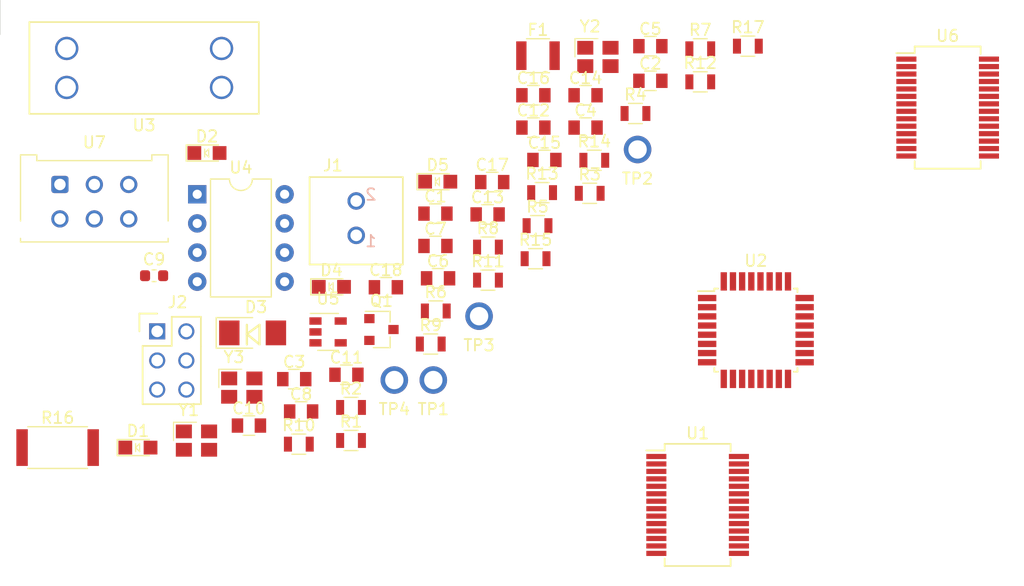
<source format=kicad_pcb>
(kicad_pcb (version 20211014) (generator pcbnew)
  (layers (0 "F.Cu" signal) (31 "B.Cu" signal) (34 "B.Paste" user) (35 "F.Paste" user) (36 "B.SilkS" user "B.Silkscreen") (37 "F.SilkS" user "F.Silkscreen") (38 "B.Mask" user) (39 "F.Mask" user) (44 "Edge.Cuts" user))
  (net 0 "")
  (net 1 "Net-(C1-Pad1)")
  (net 2 "GND")
  (net 3 "Net-(C2-Pad1)")
  (net 4 "+5V")
  (net 5 "Net-(C6-Pad1)")
  (net 6 "Net-(C7-Pad1)")
  (net 7 "Net-(C9-Pad1)")
  (net 8 "Net-(C12-Pad1)")
  (net 9 "Net-(C13-Pad1)")
  (net 10 "Net-(C17-Pad1)")
  (net 11 "Net-(C18-Pad1)")
  (net 12 "Net-(D1-Pad2)")
  (net 13 "Net-(D2-Pad2)")
  (net 14 "Net-(D4-Pad2)")
  (net 15 "Net-(D5-Pad2)")
  (net 16 "Net-(F1-Pad2)")
  (net 17 "/proximity_pilot")
  (net 18 "/control_pilot")
  (net 19 "/MISO")
  (net 20 "/SCK")
  (net 21 "/MOSI")
  (net 22 "/RESET")
  (net 23 "Net-(Q1-Pad3)")
  (net 24 "Net-(R1-Pad2)")
  (net 25 "Net-(R2-Pad2)")
  (net 26 "Net-(R4-Pad2)")
  (net 27 "Net-(R5-Pad2)")
  (net 28 "/CAR_CAN_+")
  (net 29 "Net-(R6-Pad2)")
  (net 30 "Net-(R9-Pad1)")
  (net 31 "/EVSE PWM")
  (net 32 "Net-(R13-Pad2)")
  (net 33 "Net-(R15-Pad2)")
  (net 34 "/CHARGER_CAN_+")
  (net 35 "/CHARGER_CAN_-")
  (net 36 "+12V")
  (net 38 "/CAR_STBY")
  (net 44 "/CAR_CS")
  (net 45 "/CAR_RESET")
  (net 46 "Net-(U1-Pad20)")
  (net 47 "Net-(U1-Pad21)")
  (net 51 "/CHARGER_STBY")
  (net 62 "/CHARGER_RESET")
  (net 63 "/CHARGER_CS")
  (net 71 "Net-(U6-Pad20)")
  (net 72 "Net-(U6-Pad21)")
  (net 76 "/CAR_CAN_-")
  (footprint "footprints:C_0805_OEM" (layer "F.Cu") (at 150.62 108.02)
    (fp_text reference "C18" (at 0 -1.5) (layer "F.SilkS"))
    (fp_text value "C_30pF" hide)
    (fp_line (start -0.5 0.85) (end 0.5 0.85) (layer "F.SilkS") (width 0.12))
    (fp_line (start 0.5 -0.85) (end -0.5 -0.85) (layer "F.SilkS") (width 0.12))
    (pad "1" smd rect locked (at -1 0) (size 1 1.25) (layers "F.Cu" "F.Paste" "F.Mask") (net 11 "Net-(C18-Pad1)"))
    (pad "2" smd rect locked (at 1 0) (size 1 1.25) (layers "F.Cu" "F.Paste" "F.Mask") (net 2 "GND"))
  )
  (footprint "footprints:C_0805_OEM" (layer "F.Cu") (at 168.03 94.1)
    (fp_text reference "C4" (at 0 -1.5) (layer "F.SilkS"))
    (fp_text value "C_0.1uF" hide)
    (fp_line (start 0.5 -0.85) (end -0.5 -0.85) (layer "F.SilkS") (width 0.12))
    (fp_line (start -0.5 0.85) (end 0.5 0.85) (layer "F.SilkS") (width 0.12))
    (pad "1" smd rect locked (at -1 0) (size 1 1.25) (layers "F.Cu" "F.Paste" "F.Mask") (net 4 "+5V"))
    (pad "2" smd rect locked (at 1 0) (size 1 1.25) (layers "F.Cu" "F.Paste" "F.Mask") (net 2 "GND"))
  )
  (footprint "footprints:R_0805_OEM" (layer "F.Cu") (at 172.38 92.87)
    (fp_text reference "R4" (at 0 -1.65) (layer "F.SilkS"))
    (fp_text value "R_1K" hide)
    (fp_line (start 0.6 0.88) (end -0.6 0.88) (layer "F.SilkS") (width 0.12))
    (fp_line (start -0.6 -0.88) (end 0.6 -0.88) (layer "F.SilkS") (width 0.12))
    (pad "1" smd rect locked (at -0.95 0) (size 0.7 1.3) (layers "F.Cu" "F.Paste" "F.Mask") (net 12 "Net-(D1-Pad2)"))
    (pad "2" smd rect locked (at 0.95 0) (size 0.7 1.3) (layers "F.Cu" "F.Paste" "F.Mask") (net 26 "Net-(R4-Pad2)"))
  )
  (footprint "footprints:R_0805_OEM" (layer "F.Cu") (at 178.03 90.11)
    (fp_text reference "R12" (at 0 -1.65) (layer "F.SilkS"))
    (fp_text value "R_1K" hide)
    (fp_line (start -0.6 -0.88) (end 0.6 -0.88) (layer "F.SilkS") (width 0.12))
    (fp_line (start 0.6 0.88) (end -0.6 0.88) (layer "F.SilkS") (width 0.12))
    (pad "1" smd rect locked (at -0.95 0) (size 0.7 1.3) (layers "F.Cu" "F.Paste" "F.Mask") (net 8 "Net-(C12-Pad1)"))
    (pad "2" smd rect locked (at 0.95 0) (size 0.7 1.3) (layers "F.Cu" "F.Paste" "F.Mask") (net 14 "Net-(D4-Pad2)"))
  )
  (footprint "Package_QFP:TQFP-32_7x7mm_P0.8mm" (layer "F.Cu") (at 182.88 111.76)
    (fp_text reference "U2" (at 0 -6.05) (layer "F.SilkS"))
    (fp_text value "ATmega328P-AU")
    (fp_line (start -3.625 3.625) (end -3.625 3.3) (layer "F.SilkS") (width 0.15))
    (fp_line (start 3.625 -3.625) (end 3.625 -3.3) (layer "F.SilkS") (width 0.15))
    (fp_line (start 3.625 -3.625) (end 3.3 -3.625) (layer "F.SilkS") (width 0.15))
    (fp_line (start -3.625 3.625) (end -3.3 3.625) (layer "F.SilkS") (width 0.15))
    (fp_line (start 3.625 3.625) (end 3.625 3.3) (layer "F.SilkS") (width 0.15))
    (fp_line (start -3.625 -3.4) (end -5.05 -3.4) (layer "F.SilkS") (width 0.15))
    (fp_line (start -3.625 -3.625) (end -3.625 -3.4) (layer "F.SilkS") (width 0.15))
    (fp_line (start 3.625 3.625) (end 3.3 3.625) (layer "F.SilkS") (width 0.15))
    (fp_line (start -3.625 -3.625) (end -3.3 -3.625) (layer "F.SilkS") (width 0.15))
    (pad "1" smd rect (at -4.25 -2.8) (size 1.6 0.55) (layers "F.Cu" "F.Paste" "F.Mask") (net 44 "/CAR_CS"))
    (pad "2" smd rect (at -4.25 -2) (size 1.6 0.55) (layers "F.Cu" "F.Paste" "F.Mask") (net 51 "/CHARGER_STBY"))
    (pad "3" smd rect (at -4.25 -1.2) (size 1.6 0.55) (layers "F.Cu" "F.Paste" "F.Mask") (net 2 "GND"))
    (pad "4" smd rect (at -4.25 -0.4) (size 1.6 0.55) (layers "F.Cu" "F.Paste" "F.Mask") (net 4 "+5V"))
    (pad "5" smd rect (at -4.25 0.4) (size 1.6 0.55) (layers "F.Cu" "F.Paste" "F.Mask") (net 2 "GND"))
    (pad "6" smd rect (at -4.25 1.2) (size 1.6 0.55) (layers "F.Cu" "F.Paste" "F.Mask") (net 4 "+5V"))
    (pad "7" smd rect (at -4.25 2) (size 1.6 0.55) (layers "F.Cu" "F.Paste" "F.Mask") (net 3 "Net-(C2-Pad1)"))
    (pad "8" smd rect (at -4.25 2.8) (size 1.6 0.55) (layers "F.Cu" "F.Paste" "F.Mask") (net 1 "Net-(C1-Pad1)"))
    (pad "9" smd rect (at -2.8 4.25 90) (size 1.6 0.55) (layers "F.Cu" "F.Paste" "F.Mask") (net 38 "/CAR_STBY"))
    (pad "10" smd rect (at -2 4.25 90) (size 1.6 0.55) (layers "F.Cu" "F.Paste" "F.Mask"))
    (pad "11" smd rect (at -1.2 4.25 90) (size 1.6 0.55) (layers "F.Cu" "F.Paste" "F.Mask"))
    (pad "12" smd rect (at -0.4 4.25 90) (size 1.6 0.55) (layers "F.Cu" "F.Paste" "F.Mask"))
    (pad "13" smd rect (at 0.4 4.25 90) (size 1.6 0.55) (layers "F.Cu" "F.Paste" "F.Mask"))
    (pad "14" smd rect (at 1.2 4.25 90) (size 1.6 0.55) (layers "F.Cu" "F.Paste" "F.Mask"))
    (pad "15" smd rect (at 2 4.25 90) (size 1.6 0.55) (layers "F.Cu" "F.Paste" "F.Mask") (net 21 "/MOSI"))
    (pad "16" smd rect (at 2.8 4.25 90) (size 1.6 0.55) (layers "F.Cu" "F.Paste" "F.Mask") (net 19 "/MISO"))
    (pad "17" smd rect (at 4.25 2.8) (size 1.6 0.55) (layers "F.Cu" "F.Paste" "F.Mask") (net 20 "/SCK"))
    (pad "18" smd rect (at 4.25 2) (size 1.6 0.55) (layers "F.Cu" "F.Paste" "F.Mask") (net 4 "+5V"))
    (pad "19" smd rect (at 4.25 1.2) (size 1.6 0.55) (layers "F.Cu" "F.Paste" "F.Mask"))
    (pad "20" smd rect (at 4.25 0.4) (size 1.6 0.55) (layers "F.Cu" "F.Paste" "F.Mask") (net 7 "Net-(C9-Pad1)"))
    (pad "21" smd rect (at 4.25 -0.4) (size 1.6 0.55) (layers "F.Cu" "F.Paste" "F.Mask") (net 2 "GND"))
    (pad "22" smd rect (at 4.25 -1.2) (size 1.6 0.55) (layers "F.Cu" "F.Paste" "F.Mask"))
    (pad "23" smd rect (at 4.25 -2) (size 1.6 0.55) (layers "F.Cu" "F.Paste" "F.Mask") (net 31 "/EVSE PWM"))
    (pad "24" smd rect (at 4.25 -2.8) (size 1.6 0.55) (layers "F.Cu" "F.Paste" "F.Mask") (net 26 "Net-(R4-Pad2)"))
    (pad "25" smd rect (at 2.8 -4.25 90) (size 1.6 0.55) (layers "F.Cu" "F.Paste" "F.Mask") (net 27 "Net-(R5-Pad2)"))
    (pad "26" smd rect (at 2 -4.25 90) (size 1.6 0.55) (layers "F.Cu" "F.Paste" "F.Mask"))
    (pad "27" smd rect (at 1.2 -4.25 90) (size 1.6 0.55) (layers "F.Cu" "F.Paste" "F.Mask"))
    (pad "28" smd rect (at 0.4 -4.25 90) (size 1.6 0.55) (layers "F.Cu" "F.Paste" "F.Mask"))
    (pad "29" smd rect (at -0.4 -4.25 90) (size 1.6 0.55) (layers "F.Cu" "F.Paste" "F.Mask") (net 22 "/RESET"))
    (pad "30" smd rect (at -1.2 -4.25 90) (size 1.6 0.55) (layers "F.Cu" "F.Paste" "F.Mask") (net 45 "/CAR_RESET"))
    (pad "31" smd rect (at -2 -4.25 90) (size 1.6 0.55) (layers "F.Cu" "F.Paste" "F.Mask") (net 62 "/CHARGER_RESET"))
    (pad "32" smd rect (at -2.8 -4.25 90) (size 1.6 0.55) (layers "F.Cu" "F.Paste" "F.Mask") (net 63 "/CHARGER_CS"))
  )
  (footprint "footprints:DO-214AA" (layer "F.Cu") (at 139 112)
    (fp_text reference "D3" (at 0.3 -2.25) (layer "F.SilkS"))
    (fp_text value "D_Zener_18V" hide)
    (fp_line (start -0.5 -0.7) (end -0.5 1) (layer "F.SilkS") (width 0.2))
    (fp_line (start 0.6 1) (end -0.5 0.1) (layer "F.SilkS") (width 0.2))
    (fp_line (start -3.175 -1.3335) (end -3.175 1.3335) (layer "F.SilkS") (width 0.12))
    (fp_line (start -3.175 -1.3335) (end 0 -1.3335) (layer "F.SilkS") (width 0.12))
    (fp_line (start 0.6 -0.7) (end 0.6 1) (layer "F.SilkS") (width 0.2))
    (fp_line (start -3.175 1.3335) (end 0 1.3335) (layer "F.SilkS") (width 0.12))
    (fp_line (start -0.5 0.1) (end 0.6 -0.7) (layer "F.SilkS") (width 0.2))
    (pad "1" smd rect locked (at -2.032 0 180) (size 1.778 2.159) (layers "F.Cu" "F.Paste" "F.Mask") (net 8 "Net-(C12-Pad1)"))
    (pad "2" smd rect locked (at 2.032 0 180) (size 1.778 2.159) (layers "F.Cu" "F.Paste" "F.Mask") (net 2 "GND"))
  )
  (footprint "footprints:R_0805_OEM" (layer "F.Cu") (at 168.39 99.83)
    (fp_text reference "R3" (at 0 -1.65) (layer "F.SilkS"))
    (fp_text value "R_10K" hide)
    (fp_line (start -0.6 -0.88) (end 0.6 -0.88) (layer "F.SilkS") (width 0.12))
    (fp_line (start 0.6 0.88) (end -0.6 0.88) (layer "F.SilkS") (width 0.12))
    (pad "1" smd rect locked (at -0.95 0) (size 0.7 1.3) (layers "F.Cu" "F.Paste" "F.Mask") (net 4 "+5V"))
    (pad "2" smd rect locked (at 0.95 0) (size 0.7 1.3) (layers "F.Cu" "F.Paste" "F.Mask") (net 22 "/RESET"))
  )
  (footprint "footprints:R_0805_OEM" (layer "F.Cu") (at 182.18 87)
    (fp_text reference "R17" (at 0 -1.65) (layer "F.SilkS"))
    (fp_text value "R_120" hide)
    (fp_line (start -0.6 -0.88) (end 0.6 -0.88) (layer "F.SilkS") (width 0.12))
    (fp_line (start 0.6 0.88) (end -0.6 0.88) (layer "F.SilkS") (width 0.12))
    (pad "1" smd rect locked (at -0.95 0) (size 0.7 1.3) (layers "F.Cu" "F.Paste" "F.Mask") (net 34 "/CHARGER_CAN_+"))
    (pad "2" smd rect locked (at 0.95 0) (size 0.7 1.3) (layers "F.Cu" "F.Paste" "F.Mask") (net 35 "/CHARGER_CAN_-"))
  )
  (footprint "footprints:LED_0805_OEM" (layer "F.Cu") (at 129 122)
    (fp_text reference "D1" (at 0 -1.45) (layer "F.SilkS"))
    (fp_text value "LED_0805_Red" hide)
    (fp_line (start -1.8 -0.7) (end -1.8 0.7) (layer "F.SilkS") (width 0.12))
    (fp_line (start 0.15 0.35) (end 0.15 0.3) (layer "F.SilkS") (width 0.1))
    (fp_line (start -0.2 0) (end -0.2 -0.35) (layer "F.SilkS") (width 0.1))
    (fp_line (start 0.15 -0.35) (end 0.15 0.3) (layer "F.SilkS") (width 0.1))
    (fp_line (start 0.15 0.35) (end -0.2 0) (layer "F.SilkS") (width 0.1))
    (fp_line (start -0.2 0) (end 0.1 -0.3) (layer "F.SilkS") (width 0.1))
    (fp_line (start -0.2 0.35) (end -0.2 0) (layer "F.SilkS") (width 0.1))
    (fp_line (start -1.8 -0.7) (end 1 -0.7) (layer "F.SilkS") (width 0.12))
    (fp_line (start 0.1 -0.3) (end 0.15 -0.35) (layer "F.SilkS") (width 0.1))
    (fp_line (start 0.15 0.3) (end 0.15 0.35) (layer "F.SilkS") (width 0.1))
    (fp_line (start -1.8 0.7) (end 1 0.7) (layer "F.SilkS") (width 0.12))
    (pad "1" smd rect locked (at -1.1 0 180) (size 1.2 1.2) (layers "F.Cu" "F.Paste" "F.Mask") (net 2 "GND"))
    (pad "2" smd rect locked (at 1.1 0 180) (size 1.2 1.2) (layers "F.Cu" "F.Paste" "F.Mask") (net 12 "Net-(D1-Pad2)"))
  )
  (footprint "footprints:R_0805_OEM" (layer "F.Cu") (at 143.03 121.7)
    (fp_text reference "R10" (at 0 -1.65) (layer "F.SilkS"))
    (fp_text value "R_1.91K" hide)
    (fp_line (start -0.6 -0.88) (end 0.6 -0.88) (layer "F.SilkS") (width 0.12))
    (fp_line (start 0.6 0.88) (end -0.6 0.88) (layer "F.SilkS") (width 0.12))
    (pad "1" smd rect locked (at -0.95 0) (size 0.7 1.3) (layers "F.Cu" "F.Paste" "F.Mask") (net 23 "Net-(Q1-Pad3)"))
    (pad "2" smd rect locked (at 0.95 0) (size 0.7 1.3) (layers "F.Cu" "F.Paste" "F.Mask") (net 31 "/EVSE PWM"))
  )
  (footprint "footprints:C_0805_OEM" (layer "F.Cu") (at 143.23 118.85)
    (fp_text reference "C8" (at 0 -1.5) (layer "F.SilkS"))
    (fp_text value "C_0.1uF" hide)
    (fp_line (start -0.5 0.85) (end 0.5 0.85) (layer "F.SilkS") (width 0.12))
    (fp_line (start 0.5 -0.85) (end -0.5 -0.85) (layer "F.SilkS") (width 0.12))
    (pad "1" smd rect locked (at -1 0) (size 1 1.25) (layers "F.Cu" "F.Paste" "F.Mask") (net 2 "GND"))
    (pad "2" smd rect locked (at 1 0) (size 1 1.25) (layers "F.Cu" "F.Paste" "F.Mask") (net 4 "+5V"))
  )
  (footprint "footprints:C_0805_OEM" (layer "F.Cu") (at 163.48 91.28)
    (fp_text reference "C16" (at 0 -1.5) (layer "F.SilkS"))
    (fp_text value "C_0.1uF" hide)
    (fp_line (start 0.5 -0.85) (end -0.5 -0.85) (layer "F.SilkS") (width 0.12))
    (fp_line (start -0.5 0.85) (end 0.5 0.85) (layer "F.SilkS") (width 0.12))
    (pad "1" smd rect locked (at -1 0) (size 1 1.25) (layers "F.Cu" "F.Paste" "F.Mask") (net 2 "GND"))
    (pad "2" smd rect locked (at 1 0) (size 1 1.25) (layers "F.Cu" "F.Paste" "F.Mask") (net 4 "+5V"))
  )
  (footprint "footprints:tp_1.6mm" (layer "F.Cu") (at 154.755 116.11)
    (fp_text reference "TP1" (at 0 2.54) (layer "F.SilkS"))
    (fp_text value "TP")
    (pad "1" thru_hole circle locked (at 0 0) (size 2.4 2.4) (drill 1.6) (layers *.Cu *.Mask) (net 18 "/control_pilot"))
  )
  (footprint "footprints:C_0805_OEM" (layer "F.Cu") (at 173.68 90.02)
    (fp_text reference "C2" (at 0 -1.5) (layer "F.SilkS"))
    (fp_text value "C_30pF" hide)
    (fp_line (start 0.5 -0.85) (end -0.5 -0.85) (layer "F.SilkS") (width 0.12))
    (fp_line (start -0.5 0.85) (end 0.5 0.85) (layer "F.SilkS") (width 0.12))
    (pad "1" smd rect locked (at -1 0) (size 1 1.25) (layers "F.Cu" "F.Paste" "F.Mask") (net 3 "Net-(C2-Pad1)"))
    (pad "2" smd rect locked (at 1 0) (size 1 1.25) (layers "F.Cu" "F.Paste" "F.Mask") (net 2 "GND"))
  )
  (footprint "footprints:C_0805_OEM" (layer "F.Cu") (at 154.94 104.42)
    (fp_text reference "C7" (at 0 -1.5) (layer "F.SilkS"))
    (fp_text value "C_30pF" hide)
    (fp_line (start -0.5 0.85) (end 0.5 0.85) (layer "F.SilkS") (width 0.12))
    (fp_line (start 0.5 -0.85) (end -0.5 -0.85) (layer "F.SilkS") (width 0.12))
    (pad "1" smd rect locked (at -1 0) (size 1 1.25) (layers "F.Cu" "F.Paste" "F.Mask") (net 6 "Net-(C7-Pad1)"))
    (pad "2" smd rect locked (at 1 0) (size 1 1.25) (layers "F.Cu" "F.Paste" "F.Mask") (net 2 "GND"))
  )
  (footprint "footprints:C_0805_OEM" (layer "F.Cu") (at 173.68 87)
    (fp_text reference "C5" (at 0 -1.5) (layer "F.SilkS"))
    (fp_text value "C_0.1uF" hide)
    (fp_line (start -0.5 0.85) (end 0.5 0.85) (layer "F.SilkS") (width 0.12))
    (fp_line (start 0.5 -0.85) (end -0.5 -0.85) (layer "F.SilkS") (width 0.12))
    (pad "1" smd rect locked (at -1 0) (size 1 1.25) (layers "F.Cu" "F.Paste" "F.Mask") (net 2 "GND"))
    (pad "2" smd rect locked (at 1 0) (size 1 1.25) (layers "F.Cu" "F.Paste" "F.Mask") (net 4 "+5V"))
  )
  (footprint "footprints:LED_0805_OEM" (layer "F.Cu") (at 135.02 96.315)
    (fp_text reference "D2" (at 0 -1.45) (layer "F.SilkS"))
    (fp_text value "LED_0805" hide)
    (fp_line (start -1.8 -0.7) (end -1.8 0.7) (layer "F.SilkS") (width 0.12))
    (fp_line (start 0.1 -0.3) (end 0.15 -0.35) (layer "F.SilkS") (width 0.1))
    (fp_line (start -0.2 0) (end 0.1 -0.3) (layer "F.SilkS") (width 0.1))
    (fp_line (start 0.15 0.35) (end -0.2 0) (layer "F.SilkS") (width 0.1))
    (fp_line (start -0.2 0.35) (end -0.2 0) (layer "F.SilkS") (width 0.1))
    (fp_line (start -0.2 0) (end -0.2 -0.35) (layer "F.SilkS") (width 0.1))
    (fp_line (start -1.8 0.7) (end 1 0.7) (layer "F.SilkS") (width 0.12))
    (fp_line (start 0.15 0.35) (end 0.15 0.3) (layer "F.SilkS") (width 0.1))
    (fp_line (start 0.15 0.3) (end 0.15 0.35) (layer "F.SilkS") (width 0.1))
    (fp_line (start -1.8 -0.7) (end 1 -0.7) (layer "F.SilkS") (width 0.12))
    (fp_line (start 0.15 -0.35) (end 0.15 0.3) (layer "F.SilkS") (width 0.1))
    (pad "1" smd rect locked (at -1.1 0 180) (size 1.2 1.2) (layers "F.Cu" "F.Paste" "F.Mask") (net 2 "GND"))
    (pad "2" smd rect locked (at 1.1 0 180) (size 1.2 1.2) (layers "F.Cu" "F.Paste" "F.Mask") (net 13 "Net-(D2-Pad2)"))
  )
  (footprint "footprints:Crystal_SMD_FA238" (layer "F.Cu") (at 134.105 121.39)
    (fp_text reference "Y1" (at -0.67564 -2.66192) (layer "F.SilkS"))
    (fp_text value "Crystal_SMD" hide)
    (fp_line (start -2 -1.6) (end -2 0) (layer "F.SilkS") (width 0.1))
    (fp_line (start -2 -1.6) (end 0 -1.6) (layer "F.SilkS") (width 0.1))
    (pad "1" smd rect locked (at -1.1 0.8) (size 1.4 1.2) (layers "F.Cu" "F.Mask") (net 1 "Net-(C1-Pad1)"))
    (pad "2" smd rect locked (at 1.1 0.8) (size 1.4 1.2) (layers "F.Cu" "F.Mask") (net 2 "GND"))
    (pad "3" smd rect locked (at 1.1 -0.8) (size 1.4 1.2) (layers "F.Cu" "F.Mask") (net 3 "Net-(C2-Pad1)"))
    (pad "4" smd rect locked (at -1.1 -0.8) (size 1.4 1.2) (layers "F.Cu" "F.Mask") (net 2 "GND"))
  )
  (footprint "footprints:R_0805_OEM" (layer "F.Cu") (at 147.58 118.5)
    (fp_text reference "R2" (at 0 -1.65) (layer "F.SilkS"))
    (fp_text value "R_100" hide)
    (fp_line (start 0.6 0.88) (end -0.6 0.88) (layer "F.SilkS") (width 0.12))
    (fp_line (start -0.6 -0.88) (end 0.6 -0.88) (layer "F.SilkS") (width 0.12))
    (pad "1" smd rect locked (at -0.95 0) (size 0.7 1.3) (layers "F.Cu" "F.Paste" "F.Mask") (net 21 "/MOSI"))
    (pad "2" smd rect locked (at 0.95 0) (size 0.7 1.3) (layers "F.Cu" "F.Paste" "F.Mask") (net 25 "Net-(R2-Pad2)"))
  )
  (footprint "footprints:Fuse_Block_Holder" (layer "F.Cu") (at 129.54 88.9)
    (fp_text reference "U3" (at 0 5) (layer "F.SilkS"))
    (fp_text value "Fuse_Holder_Blade")
    (fp_line (start 10 -4) (end -10 -4) (layer "F.SilkS") (width 0.15))
    (fp_line (start -10 -4) (end -10 4) (layer "F.SilkS") (width 0.15))
    (fp_line (start 0 4) (end 10 4) (layer "F.SilkS") (width 0.15))
    (fp_line (start -10 4) (end -1 4) (layer "F.SilkS") (width 0.15))
    (fp_line (start -1 4) (end 0 4) (layer "F.SilkS") (width 0.15))
    (fp_line (start 10 4) (end 10 -4) (layer "F.SilkS") (width 0.15))
    (pad "1" thru_hole circle locked (at -6.75 1.7) (size 2.032 2.032) (drill 1.6002) (layers *.Cu *.Mask) (net 36 "+12V"))
    (pad "1" thru_hole circle locked (at -6.75 -1.7 90) (size 2.032 2.032) (drill 1.6002) (layers *.Cu *.Mask) (net 36 "+12V"))
    (pad "2" thru_hole circle locked (at 6.75 -1.7) (size 2.032 2.032) (drill 1.6002) (layers *.Cu *.Mask) (net 8 "Net-(C12-Pad1)"))
    (pad "2" thru_hole circle locked (at 6.75 1.7) (size 2.032 2.032) (drill 1.6002) (layers *.Cu *.Mask) (net 8 "Net-(C12-Pad1)"))
  )
  (footprint "Package_SO:SSOP-28_5.3x10.2mm_P0.65mm" (layer "F.Cu") (at 177.8 127)
    (fp_text reference "U1" (at 0 -6.25) (layer "F.SilkS"))
    (fp_text value "MCP25625-x-SS")
    (fp_line (start 2.875 5.325) (end 2.875 4.675) (layer "F.SilkS") (width 0.15))
    (fp_line (start -2.875 5.325) (end 2.875 5.325) (layer "F.SilkS") (width 0.15))
    (fp_line (start 2.875 -5.325) (end 2.875 -4.675) (layer "F.SilkS") (width 0.15))
    (fp_line (start -2.875 5.325) (end -2.875 4.675) (layer "F.SilkS") (width 0.15))
    (fp_line (start -2.875 -5.325) (end 2.875 -5.325) (layer "F.SilkS") (width 0.15))
    (fp_line (start -2.875 -4.75) (end -4.475 -4.75) (layer "F.SilkS") (width 0.15))
    (fp_line (start -2.875 -5.325) (end -2.875 -4.75) (layer "F.SilkS") (width 0.15))
    (pad "1" smd rect (at -3.6 -4.225) (size 1.75 0.45) (layers "F.Cu" "F.Paste" "F.Mask") (net 4 "+5V"))
    (pad "2" smd rect (at -3.6 -3.575) (size 1.75 0.45) (layers "F.Cu" "F.Paste" "F.Mask"))
    (pad "3" smd rect (at -3.6 -2.925) (size 1.75 0.45) (layers "F.Cu" "F.Paste" "F.Mask") (net 29 "Net-(R6-Pad2)"))
    (pad "4" smd rect (at -3.6 -2.275) (size 1.75 0.45) (layers "F.Cu" "F.Paste" "F.Mask") (net 28 "/CAR_CAN_+"))
    (pad "5" smd rect (at -3.6 -1.625) (size 1.75 0.45) (layers "F.Cu" "F.Paste" "F.Mask") (net 38 "/CAR_STBY"))
    (pad "6" smd rect (at -3.6 -0.975) (size 1.75 0.45) (layers "F.Cu" "F.Paste" "F.Mask"))
    (pad "7" smd rect (at -3.6 -0.325) (size 1.75 0.45) (layers "F.Cu" "F.Paste" "F.Mask"))
    (pad "8" smd rect (at -3.6 0.325) (size 1.75 0.45) (layers "F.Cu" "F.Paste" "F.Mask") (net 6 "Net-(C7-Pad1)"))
    (pad "9" smd rect (at -3.6 0.975) (size 1.75 0.45) (layers "F.Cu" "F.Paste" "F.Mask") (net 5 "Net-(C6-Pad1)"))
    (pad "10" smd rect (at -3.6 1.625) (size 1.75 0.45) (layers "F.Cu" "F.Paste" "F.Mask") (net 2 "GND"))
    (pad "11" smd rect (at -3.6 2.275) (size 1.75 0.45) (layers "F.Cu" "F.Paste" "F.Mask"))
    (pad "12" smd rect (at -3.6 2.925) (size 1.75 0.45) (layers "F.Cu" "F.Paste" "F.Mask"))
    (pad "13" smd rect (at -3.6 3.575) (size 1.75 0.45) (layers "F.Cu" "F.Paste" "F.Mask"))
    (pad "14" smd rect (at -3.6 4.225) (size 1.75 0.45) (layers "F.Cu" "F.Paste" "F.Mask") (net 20 "/SCK"))
    (pad "15" smd rect (at 3.6 4.225) (size 1.75 0.45) (layers "F.Cu" "F.Paste" "F.Mask") (net 25 "Net-(R2-Pad2)"))
    (pad "16" smd rect (at 3.6 3.575) (size 1.75 0.45) (layers "F.Cu" "F.Paste" "F.Mask") (net 24 "Net-(R1-Pad2)"))
    (pad "17" smd rect (at 3.6 2.925) (size 1.75 0.45) (layers "F.Cu" "F.Paste" "F.Mask") (net 44 "/CAR_CS"))
    (pad "18" smd rect (at 3.6 2.275) (size 1.75 0.45) (layers "F.Cu" "F.Paste" "F.Mask") (net 45 "/CAR_RESET"))
    (pad "19" smd rect (at 3.6 1.625) (size 1.75 0.45) (layers "F.Cu" "F.Paste" "F.Mask") (net 4 "+5V"))
    (pad "20" smd rect (at 3.6 0.975) (size 1.75 0.45) (layers "F.Cu" "F.Paste" "F.Mask") (net 46 "Net-(U1-Pad20)"))
    (pad "21" smd rect (at 3.6 0.325) (size 1.75 0.45) (layers "F.Cu" "F.Paste" "F.Mask") (net 47 "Net-(U1-Pad21)"))
    (pad "22" smd rect (at 3.6 -0.325) (size 1.75 0.45) (layers "F.Cu" "F.Paste" "F.Mask"))
    (pad "23" smd rect (at 3.6 -0.975) (size 1.75 0.45) (layers "F.Cu" "F.Paste" "F.Mask"))
    (pad "24" smd rect (at 3.6 -1.625) (size 1.75 0.45) (layers "F.Cu" "F.Paste" "F.Mask") (net 46 "Net-(U1-Pad20)"))
    (pad "25" smd rect (at 3.6 -2.275) (size 1.75 0.45) (layers "F.Cu" "F.Paste" "F.Mask"))
    (pad "26" smd rect (at 3.6 -2.925) (size 1.75 0.45) (layers "F.Cu" "F.Paste" "F.Mask") (net 2 "GND"))
    (pad "27" smd rect (at 3.6 -3.575) (size 1.75 0.45) (layers "F.Cu" "F.Paste" "F.Mask") (net 4 "+5V"))
    (pad "28" smd rect (at 3.6 -4.225) (size 1.75 0.45) (layers "F.Cu" "F.Paste" "F.Mask") (net 47 "Net-(U1-Pad21)"))
  )
  (footprint "footprints:tp_1.6mm" (layer "F.Cu") (at 172.565 96.01)
    (fp_text reference "TP2" (at 0 2.54) (layer "F.SilkS"))
    (fp_text value "TP")
    (pad "1" thru_hole circle locked (at 0 0) (size 2.4 2.4) (drill 1.6) (layers *.Cu *.Mask) (net 17 "/proximity_pilot"))
  )
  (footprint "footprints:R_0805_OEM" (layer "F.Cu") (at 159.52 104.52)
    (fp_text reference "R8" (at 0 -1.65) (layer "F.SilkS"))
    (fp_text value "R_330" hide)
    (fp_line (start -0.6 -0.88) (end 0.6 -0.88) (layer "F.SilkS") (width 0.12))
    (fp_line (start 0.6 0.88) (end -0.6 0.88) (layer "F.SilkS") (width 0.12))
    (pad "1" smd rect locked (at -0.95 0) (size 0.7 1.3) (layers "F.Cu" "F.Paste" "F.Mask") (net 4 "+5V"))
    (pad "2" smd rect locked (at 0.95 0) (size 0.7 1.3) (layers "F.Cu" "F.Paste" "F.Mask") (net 17 "/proximity_pilot"))
  )
  (footprint "footprints:C_0805_OEM" (layer "F.Cu") (at 142.63 116.03)
    (fp_text reference "C3" (at 0 -1.5) (layer "F.SilkS"))
    (fp_text value "C_0.1uF" hide)
    (fp_line (start 0.5 -0.85) (end -0.5 -0.85) (layer "F.SilkS") (width 0.12))
    (fp_line (start -0.5 0.85) (end 0.5 0.85) (layer "F.SilkS") (width 0.12))
    (pad "1" smd rect locked (at -1 0) (size 1 1.25) (layers "F.Cu" "F.Paste" "F.Mask") (net 4 "+5V"))
    (pad "2" smd rect locked (at 1 0) (size 1 1.25) (layers "F.Cu" "F.Paste" "F.Mask") (net 2 "GND"))
  )
  (footprint "footprints:R_2512_OEM" (layer "F.Cu") (at 122 122)
    (fp_text reference "R16" (at 0 -2.6) (layer "F.SilkS"))
    (fp_text value "R_0_2512" hide)
    (fp_line (start -2.6 -1.82) (end 2.6 -1.82) (layer "F.SilkS") (width 0.12))
    (fp_line (start 2.6 1.82) (end -2.6 1.82) (layer "F.SilkS") (width 0.12))
    (pad "1" smd rect locked (at -3.1 0) (size 1 3.2) (layers "F.Cu" "F.Paste" "F.Mask") (net 4 "+5V"))
    (pad "2" smd rect locked (at 3.1 0) (size 1 3.2) (layers "F.Cu" "F.Paste" "F.Mask") (net 16 "Net-(F1-Pad2)"))
  )
  (footprint "footprints:C_0805_OEM" (layer "F.Cu") (at 164.44 96.92)
    (fp_text reference "C15" (at 0 -1.5) (layer "F.SilkS"))
    (fp_text value "C_0.1uF" hide)
    (fp_line (start -0.5 0.85) (end 0.5 0.85) (layer "F.SilkS") (width 0.12))
    (fp_line (start 0.5 -0.85) (end -0.5 -0.85) (layer "F.SilkS") (width 0.12))
    (pad "1" smd rect locked (at -1 0) (size 1 1.25) (layers "F.Cu" "F.Paste" "F.Mask") (net 4 "+5V"))
    (pad "2" smd rect locked (at 1 0) (size 1 1.25) (layers "F.Cu" "F.Paste" "F.Mask") (net 2 "GND"))
  )
  (footprint "Package_DIP:DIP-8_W7.62mm" (layer "F.Cu") (at 134.17 99.915)
    (fp_text reference "U4" (at 3.81 -2.33) (layer "F.SilkS"))
    (fp_text value "ADG417BN")
    (fp_line (start 1.16 -1.33) (end 1.16 8.95) (layer "F.SilkS") (width 0.12))
    (fp_line (start 6.46 8.95) (end 6.46 -1.33) (layer "F.SilkS") (width 0.12))
    (fp_line (start 2.81 -1.33) (end 1.16 -1.33) (layer "F.SilkS") (width 0.12))
    (fp_line (start 6.46 -1.33) (end 4.81 -1.33) (layer "F.SilkS") (width 0.12))
    (fp_line (start 1.16 8.95) (end 6.46 8.95) (layer "F.SilkS") (width 0.12))
    (fp_arc (start 4.81 -1.33) (mid 3.81 -0.33) (end 2.81 -1.33) (layer "F.SilkS") (width 0.12))
    (pad "1" thru_hole rect (at 0 0) (size 1.6 1.6) (drill 0.8) (layers *.Cu *.Mask) (net 23 "Net-(Q1-Pad3)"))
    (pad "2" thru_hole oval (at 0 2.54) (size 1.6 1.6) (drill 0.8) (layers *.Cu *.Mask))
    (pad "3" thru_hole oval (at 0 5.08) (size 1.6 1.6) (drill 0.8) (layers *.Cu *.Mask))
    (pad "4" thru_hole oval (at 0 7.62) (size 1.6 1.6) (drill 0.8) (layers *.Cu *.Mask))
    (pad "5" thru_hole oval (at 7.62 7.62) (size 1.6 1.6) (drill 0.8) (layers *.Cu *.Mask))
    (pad "6" thru_hole oval (at 7.62 5.08) (size 1.6 1.6) (drill 0.8) (layers *.Cu *.Mask))
    (pad "7" thru_hole oval (at 7.62 2.54) (size 1.6 1.6) (drill 0.8) (layers *.Cu *.Mask))
    (pad "8" thru_hole oval (at 7.62 0) (size 1.6 1.6) (drill 0.8) (layers *.Cu *.Mask) (net 30 "Net-(R9-Pad1)"))
  )
  (footprint "footprints:LED_0805_OEM" (layer "F.Cu") (at 145.87 107.985)
    (fp_text reference "D4" (at 0 -1.45) (layer "F.SilkS"))
    (fp_text value "LED_0805" hide)
    (fp_line (start 0.15 0.35) (end 0.15 0.3) (layer "F.SilkS") (width 0.1))
    (fp_line (start 0.1 -0.3) (end 0.15 -0.35) (layer "F.SilkS") (width 0.1))
    (fp_line (start 0.15 0.35) (end -0.2 0) (layer "F.SilkS") (width 0.1))
    (fp_line (start -1.8 -0.7) (end -1.8 0.7) (layer "F.SilkS") (width 0.12))
    (fp_line (start -0.2 0) (end -0.2 -0.35) (layer "F.SilkS") (width 0.1))
    (fp_line (start -1.8 -0.7) (end 1 -0.7) (layer "F.SilkS") (width 0.12))
    (fp_line (start 0.15 0.3) (end 0.15 0.35) (layer "F.SilkS") (width 0.1))
    (fp_line (start -1.8 0.7) (end 1 0.7) (layer "F.SilkS") (width 0.12))
    (fp_line (start -0.2 0) (end 0.1 -0.3) (layer "F.SilkS") (width 0.1))
    (fp_line (start -0.2 0.35) (end -0.2 0) (layer "F.SilkS") (width 0.1))
    (fp_line (start 0.15 -0.35) (end 0.15 0.3) (layer "F.SilkS") (width 0.1))
    (pad "1" smd rect locked (at -1.1 0 180) (size 1.2 1.2) (layers "F.Cu" "F.Paste" "F.Mask") (net 2 "GND"))
    (pad "2" smd rect locked (at 1.1 0 180) (size 1.2 1.2) (layers "F.Cu" "F.Paste" "F.Mask") (net 14 "Net-(D4-Pad2)"))
  )
  (footprint "footprints:C_0805_OEM" (layer "F.Cu") (at 159.89 98.85)
    (fp_text reference "C17" (at 0 -1.5) (layer "F.SilkS"))
    (fp_text value "C_30pF" hide)
    (fp_line (start -0.5 0.85) (end 0.5 0.85) (layer "F.SilkS") (width 0.12))
    (fp_line (start 0.5 -0.85) (end -0.5 -0.85) (layer "F.SilkS") (width 0.12))
    (pad "1" smd rect locked (at -1 0) (size 1 1.25) (layers "F.Cu" "F.Paste" "F.Mask") (net 10 "Net-(C17-Pad1)"))
    (pad "2" smd rect locked (at 1 0) (size 1 1.25) (layers "F.Cu" "F.Paste" "F.Mask") (net 2 "GND"))
  )
  (footprint "footprints:C_0805_OEM" (layer "F.Cu") (at 163.48 94.1)
    (fp_text reference "C12" (at 0 -1.5) (layer "F.SilkS"))
    (fp_text value "C_1uF" hide)
    (fp_line (start 0.5 -0.85) (end -0.5 -0.85) (layer "F.SilkS") (width 0.12))
    (fp_line (start -0.5 0.85) (end 0.5 0.85) (layer "F.SilkS") (width 0.12))
    (pad "1" smd rect locked (at -1 0) (size 1 1.25) (layers "F.Cu" "F.Paste" "F.Mask") (net 8 "Net-(C12-Pad1)"))
    (pad "2" smd rect locked (at 1 0) (size 1 1.25) (layers "F.Cu" "F.Paste" "F.Mask") (net 2 "GND"))
  )
  (footprint "footprints:Crystal_SMD_FA238" (layer "F.Cu") (at 138.055 116.77)
    (fp_text reference "Y3" (at -0.67564 -2.66192) (layer "F.SilkS"))
    (fp_text value "Crystal_SMD" hide)
    (fp_line (start -2 -1.6) (end 0 -1.6) (layer "F.SilkS") (width 0.1))
    (fp_line (start -2 -1.6) (end -2 0) (layer "F.SilkS") (width 0.1))
    (pad "1" smd rect locked (at -1.1 0.8) (size 1.4 1.2) (layers "F.Cu" "F.Mask") (net 10 "Net-(C17-Pad1)"))
    (pad "2" smd rect locked (at 1.1 0.8) (size 1.4 1.2) (layers "F.Cu" "F.Mask") (net 2 "GND"))
    (pad "3" smd rect locked (at 1.1 -0.8) (size 1.4 1.2) (layers "F.Cu" "F.Mask") (net 11 "Net-(C18-Pad1)"))
    (pad "4" smd rect locked (at -1.1 -0.8) (size 1.4 1.2) (layers "F.Cu" "F.Mask") (net 2 "GND"))
  )
  (footprint "footprints:Fuse_1210" (layer "F.Cu") (at 163.88 87.83)
    (fp_text reference "F1" (at 0 -2.25) (layer "F.SilkS"))
    (fp_text value "F_500mA_16V" hide)
    (fp_line (start 1 1.48) (end -1 1.48) (layer "F.SilkS") (width 0.12))
    (fp_line (start -1 -1.48) (end 1 -1.48) (layer "F.SilkS") (width 0.12))
    (pad "1" smd rect locked (at -1.45 0) (size 0.9 2.5) (layers "F.Cu" "F.Paste" "F.Mask") (net 9 "Net-(C13-Pad1)"))
    (pad "2" smd rect locked (at 1.45 0) (size 0.9 2.5) (layers "F.Cu" "F.Paste" "F.Mask") (net 16 "Net-(F1-Pad2)"))
  )
  (footprint "footprints:tp_1.6mm" (layer "F.Cu") (at 158.745 110.54)
    (fp_text reference "TP3" (at 0 2.54) (layer "F.SilkS"))
    (fp_text value "TP")
    (pad "1" thru_hole circle locked (at 0 0) (size 2.4 2.4) (drill 1.6) (layers *.Cu *.Mask) (net 36 "+12V"))
  )
  (footprint "footprints:R_0805_OEM" (layer "F.Cu") (at 168.79 96.95)
    (fp_text reference "R14" (at 0 -1.65) (layer "F.SilkS"))
    (fp_text value "R_200" hide)
    (fp_line (start -0.6 -0.88) (end 0.6 -0.88) (layer "F.SilkS") (width 0.12))
    (fp_line (start 0.6 0.88) (end -0.6 0.88) (layer "F.SilkS") (width 0.12))
    (pad "1" smd rect locked (at -0.95 0) (size 0.7 1.3) (layers "F.Cu" "F.Paste" "F.Mask") (net 16 "Net-(F1-Pad2)"))
    (pad "2" smd rect locked (at 0.95 0) (size 0.7 1.3) (layers "F.Cu" "F.Paste" "F.Mask") (net 15 "Net-(D5-Pad2)"))
  )
  (footprint "footprints:R_0805_OEM" (layer "F.Cu") (at 178.03 87.23)
    (fp_text reference "R7" (at 0 -1.65) (layer "F.SilkS"))
    (fp_text value "R_2.2K" hide)
    (fp_line (start -0.6 -0.88) (end 0.6 -0.88) (layer "F.SilkS") (width 0.12))
    (fp_line (start 0.6 0.88) (end -0.6 0.88) (layer "F.SilkS") (width 0.12))
    (pad "1" smd rect locked (at -0.95 0) (size 0.7 1.3) (layers "F.Cu" "F.Paste" "F.Mask") (net 2 "GND"))
    (pad "2" smd rect locked (at 0.95 0) (size 0.7 1.3) (layers "F.Cu" "F.Paste" "F.Mask") (net 17 "/proximity_pilot"))
  )
  (footprint "footprints:R_0805_OEM" (layer "F.Cu") (at 163.84 102.65)
    (fp_text reference "R5" (at 0 -1.65) (layer "F.SilkS"))
    (fp_text value "R_1K" hide)
    (fp_line (start -0.6 -0.88) (end 0.6 -0.88) (layer "F.SilkS") (width 0.12))
    (fp_line (start 0.6 0.88) (end -0.6 0.88) (layer "F.SilkS") (width 0.12))
    (pad "1" smd rect locked (at -0.95 0) (size 0.7 1.3) (layers "F.Cu" "F.Paste" "F.Mask") (net 13 "Net-(D2-Pad2)"))
    (pad "2" smd rect locked (at 0.95 0) (size 0.7 1.3) (layers "F.Cu" "F.Paste" "F.Mask") (net 27 "Net-(R5-Pad2)"))
  )
  (footprint "footprints:C_0805_OEM" (layer "F.Cu") (at 138.68 120.08)
    (fp_text reference "C10" (at 0 -1.5) (layer "F.SilkS"))
    (fp_text value "C_0.1uF" hide)
    (fp_line (start 0.5 -0.85) (end -0.5 -0.85) (layer "F.SilkS") (width 0.12))
    (fp_line (start -0.5 0.85) (end 0.5 0.85) (layer "F.SilkS") (width 0.12))
    (pad "1" smd rect locked (at -1 0) (size 1 1.25) (layers "F.Cu" "F.Paste" "F.Mask") (net 2 "GND"))
    (pad "2" smd rect locked (at 1 0) (size 1 1.25) (layers "F.Cu" "F.Paste" "F.Mask") (net 4 "+5V"))
  )
  (footprint "footprints:Crystal_SMD_FA238" (layer "F.Cu") (at 169.105 87.94)
    (fp_text reference "Y2" (at -0.67564 -2.66192) (layer "F.SilkS"))
    (fp_text value "Crystal_SMD" hide)
    (fp_line (start -2 -1.6) (end 0 -1.6) (layer "F.SilkS") (width 0.1))
    (fp_line (start -2 -1.6) (end -2 0) (layer "F.SilkS") (width 0.1))
    (pad "1" smd rect locked (at -1.1 0.8) (size 1.4 1.2) (layers "F.Cu" "F.Mask") (net 5 "Net-(C6-Pad1)"))
    (pad "2" smd rect locked (at 1.1 0.8) (size 1.4 1.2) (layers "F.Cu" "F.Mask") (net 2 "GND"))
    (pad "3" smd rect locked (at 1.1 -0.8) (size 1.4 1.2) (layers "F.Cu" "F.Mask") (net 6 "Net-(C7-Pad1)"))
    (pad "4" smd rect locked (at -1.1 -0.8) (size 1.4 1.2) (layers "F.Cu" "F.Mask") (net 2 "GND"))
  )
  (footprint "footprints:C_0805_OEM" (layer "F.Cu") (at 147.18 115.65)
    (fp_text reference "C11" (at 0 -1.5) (layer "F.SilkS"))
    (fp_text value "C_0.1uF" hide)
    (fp_line (start 0.5 -0.85) (end -0.5 -0.85) (layer "F.SilkS") (width 0.12))
    (fp_line (start -0.5 0.85) (end 0.5 0.85) (layer "F.SilkS") (width 0.12))
    (pad "1" smd rect locked (at -1 0) (size 1 1.25) (layers "F.Cu" "F.Paste" "F.Mask") (net 2 "GND"))
    (pad "2" smd rect locked (at 1 0) (size 1 1.25) (layers "F.Cu" "F.Paste" "F.Mask") (net 4 "+5V"))
  )
  (footprint "footprints:R_0805_OEM" (layer "F.Cu") (at 154.53 112.97)
    (fp_text reference "R9" (at 0 -1.65) (layer "F.SilkS"))
    (fp_text value "R_1.43K" hide)
    (fp_line (start -0.6 -0.88) (end 0.6 -0.88) (layer "F.SilkS") (width 0.12))
    (fp_line (start 0.6 0.88) (end -0.6 0.88) (layer "F.SilkS") (width 0.12))
    (pad "1" smd rect locked (at -0.95 0) (size 0.7 1.3) (layers "F.Cu" "F.Paste" "F.Mask") (net 30 "Net-(R9-Pad1)"))
    (pad "2" smd rect locked (at 0.95 0) (size 0.7 1.3) (layers "F.Cu" "F.Paste" "F.Mask") (net 2 "GND"))
  )
  (footprint "footprints:MicroFit_VT_6" (layer "F.Cu") (at 122.2 99.06)
    (fp_text reference "U7" (at 3 -3.67) (layer "F.SilkS"))
    (fp_text value "MicroFit_VT_6")
    (fp_line (start 8.015 -2.58) (end 9.435 -2.58) (layer "F.SilkS") (width 0.12))
    (fp_line (start -3.435 3.18) (end -3.435 -2.58) (layer "F.SilkS") (width 0.12))
    (fp_line (start 9.435 5.01) (end 9.435 4.7) (layer "F.SilkS") (width 0.12))
    (fp_line (start 8.015 -2.08) (end 8.015 -2.58) (layer "F.SilkS") (width 0.12))
    (fp_line (start -3.435 5.01) (end 9.435 5.01) (layer "F.SilkS") (width 0.12))
    (fp_line (start -2.015 -2.08) (end 8.015 -2.08) (layer "F.SilkS") (width 0.12))
    (fp_line (start -2.015 -2.58) (end -2.015 -2.08) (layer "F.SilkS") (width 0.12))
    (fp_line (start -3.435 -2.58) (end -2.015 -2.58) (layer "F.SilkS") (width 0.12))
    (fp_line (start -3.435 4.7) (end -3.435 5.01) (layer "F.SilkS") (width 0.12))
    (fp_line (start 9.435 -2.58) (end 9.435 3.18) (layer "F.SilkS") (width 0.12))
    (pad "" np_thru_hole circle locked (at -3 3.94) (size 1 1) (drill 1) (layers *.Cu *.Mask))
    (pad "" np_thru_hole circle locked (at 9 3.94) (size 1 1) (drill 1) (layers *.Cu *.Mask))
    (pad "1" thru_hole roundrect locked (at 0 0) (size 1.5 1.5) (drill 1) (layers *.Cu *.Mask) (roundrect_rratio 0.166667) (net 36 "+12V"))
    (pad "2" thru_hole circle locked (at 3 0) (size 1.5 1.5) (drill 1) (layers *.Cu *.Mask) (net 2 "GND"))
    (pad "3" thru_hole circle locked (at 6 0) (size 1.5 1.5) (drill 1) (layers *.Cu *.Mask) (net 28 "/CAR_CAN_+"))
    (pad "4" thru_hole circle locked (at 0 3) (size 1.5 1.5) (drill 1) (layers *.Cu *.Mask) (net 76 "/CAR_CAN_-"))
    (pad "5" thru_hole circle locked (at 3 3) (size 1.5 1.5) (drill 1) (layers *.Cu *.Mask) (net 34 "/CHARGER_CAN_+"))
    (pad "6" thru_hole circle locked (at 6 3) (size 1.5 1.5) (drill 1) (layers *.Cu *.Mask) (net 35 "/CHARGER_CAN_-"))
  )
  (footprint "footprints:R_0805_OEM" (layer "F.Cu") (at 154.97 110.09)
    (fp_text reference "R6" (at 0 -1.65) (layer "F.SilkS"))
    (fp_text value "R_120" hide)
    (fp_line (start 0.6 0.88) (end -0.6 0.88) (layer "F.SilkS") (width 0.12))
    (fp_line (start -0.6 -0.88) (end 0.6 -0.88) (layer "F.SilkS") (width 0.12))
    (pad "1" smd rect locked (at -0.95 0) (size 0.7 1.3) (layers "F.Cu" "F.Paste" "F.Mask") (net 28 "/CAR_CAN_+"))
    (pad "2" smd rect locked (at 0.95 0) (size 0.7 1.3) (layers "F.Cu" "F.Paste" "F.Mask") (net 29 "Net-(R6-Pad2)"))
  )
  (footprint "footprints:tp_1.6mm" (layer "F.Cu") (at 151.355 116.11)
    (fp_text reference "TP4" (at 0 2.54) (layer "F.SilkS"))
    (fp_text value "TP")
    (pad "1" thru_hole circle locked (at 0 0) (size 2.4 2.4) (drill 1.6) (layers *.Cu *.Mask) (net 4 "+5V"))
  )
  (footprint "footprints:MicroFit_V_2" (layer "F.Cu") (at 148.034 103.495)
    (fp_text reference "J1" (at -2.032 -6.096) (layer "F.SilkS"))
    (fp_text value "MicroFit_V_2")
    (fp_text user "1" (at 1.27 0.508) (layer "B.SilkS") (effects (justify mirror)))
    (fp_text user "2" (at 1.27 -3.556) (layer "B.SilkS") (effects (justify mirror)))
    (fp_line (start -4.064 -5.08) (end 4.064 -5.08) (layer "F.SilkS") (width 0.15))
    (fp_line (start -4.064 2.54) (end -4.064 -5.08) (layer "F.SilkS") (width 0.15))
    (fp_line (start 4.064 2.54) (end -4.064 2.54) (layer "F.SilkS") (width 0.15))
    (fp_line (start 4.064 -5.08) (end 4.064 2.54) (layer "F.SilkS") (width 0.15))
    (pad "" np_thru_hole circle locked (at 2.9972 -3.937) (size 1.016 1.016) (drill 1.016) (layers *.Cu *.Mask))
    (pad "" np_thru_hole circle locked (at -2.9972 -3.937) (size 1.016 1.016) (drill 1.016) (layers *.Cu *.Mask))
    (pad "" np_thru_hole circle locked (at -2.159 -1.4986) (size 2.413 2.413) (drill 2.413) (layers *.Cu *.Mask))
    (pad "" np_thru_hole circle locked (at 2.159 -1.4986) (size 2.413 2.413) (drill 2.413) (layers *.Cu *.Mask))
    (pad "1" thru_hole circle locked (at 0 0) (size 1.524 1.524) (drill 1.016) (layers *.Cu *.Mask) (net 17 "/proximity_pilot"))
    (pad "2" thru_hole circle locked (at 0 -2.9972) (size 1.524 1.524) (drill 1.016) (layers *.Cu *.Mask) (net 18 "/control_pilot"))
  )
  (footprint "footprints:R_0805_OEM" (layer "F.Cu") (at 164.24 99.77)
    (fp_text reference "R13" (at 0 -1.65) (layer "F.SilkS"))
    (fp_text value "R_100" hide)
    (fp_line (start 0.6 0.88) (end -0.6 0.88) (layer "F.SilkS") (width 0.12))
    (fp_line (start -0.6 -0.88) (end 0.6 -0.88) (layer "F.SilkS") (width 0.12))
    (pad "1" smd rect locked (at -0.95 0) (size 0.7 1.3) (layers "F.Cu" "F.Paste" "F.Mask") (net 19 "/MISO"))
    (pad "2" smd rect locked (at 0.95 0) (size 0.7 1.3) (layers "F.Cu" "F.Paste" "F.Mask") (net 32 "Net-(R13-Pad2)"))
  )
  (footprint "footprints:C_0805_OEM" (layer "F.Cu") (at 154.94 101.6)
    (fp_text reference "C1" (at 0 -1.5) (layer "F.SilkS"))
    (fp_text value "C_30pF" hide)
    (fp_line (start 0.5 -0.85) (end -0.5 -0.85) (layer "F.SilkS") (width 0.12))
    (fp_line (start -0.5 0.85) (end 0.5 0.85) (layer "F.SilkS") (width 0.12))
    (pad "1" smd rect locked (at -1 0) (size 1 1.25) (layers "F.Cu" "F.Paste" "F.Mask") (net 1 "Net-(C1-Pad1)"))
    (pad "2" smd rect locked (at 1 0) (size 1 1.25) (layers "F.Cu" "F.Paste" "F.Mask") (net 2 "GND"))
  )
  (footprint "footprints:R_0805_OEM" (layer "F.Cu") (at 163.67 105.53)
    (fp_text reference "R15" (at 0 -1.65) (layer "F.SilkS"))
    (fp_text value "R_100" hide)
    (fp_line (start -0.6 -0.88) (end 0.6 -0.88) (layer "F.SilkS") (width 0.12))
    (fp_line (start 0.6 0.88) (end -0.6 0.88) (layer "F.SilkS") (width 0.12))
    (pad "1" smd rect locked (at -0.95 0) (size 0.7 1.3) (layers "F.Cu" "F.Paste" "F.Mask") (net 21 "/MOSI"))
    (pad "2" smd rect locked (at 0.95 0) (size 0.7 1.3) (layers "F.Cu" "F.Paste" "F.Mask") (net 33 "Net-(R15-Pad2)"))
  )
  (footprint "footprints:C_0603_1608Metric" (layer "F.Cu") (at 130.41 107.015)
    (fp_text reference "C9" (at 0 -1.43) (layer "F.SilkS"))
    (fp_text value "C_100nF")
    (fp_line (start -0.162779 -0.51) (end 0.162779 -0.51) (layer "F.SilkS") (width 0.12))
    (fp_line (start -0.162779 0.51) (end 0.162779 0.51) (layer "F.SilkS") (width 0.12))
    (pad "1" smd roundrect locked (at -0.7875 0) (size 0.875 0.95) (layers "F.Cu" "F.Paste" "F.Mask") (net 7 "Net-(C9-Pad1)"))
    (pad "2" smd roundrect locked (at 0.7875 0) (size 0.875 0.95) (layers "F.Cu" "F.Paste" "F.Mask") (net 2 "GND"))
  )
  (footprint "footprints:Pin_Header_Straight_2x03" (layer "F.Cu") (at 130.68 111.865)
    (fp_text reference "J2" (at 1.778 -2.54) (layer "F.SilkS"))
    (fp_text value "CONN_02X03" hide)
    (fp_line (start -1.55 -1.55) (end 0 -1.55) (layer "F.SilkS") (width 0.15))
    (fp_line (start 3.81 -1.27) (end 1.27 -1.27) (layer "F.SilkS") (width 0.15))
    (fp_line (start 1.27 1.27) (end -1.27 1.27) (layer "F.SilkS") (width 0.15))
    (fp_line (start 1.27 -1.27) (end 1.27 1.27) (layer "F.SilkS") (width 0.15))
    (fp_line (start 3.81 6.35) (end 3.81 1.27) (layer "F.SilkS") (width 0.15))
    (fp_line (start 3.81 1.27) (end 3.81 -1.27) (layer "F.SilkS") (width 0.15))
    (fp_line (start -1.55 -1.55) (end -1.55 0) (layer "F.SilkS") (width 0.15))
    (fp_line (start -1.27 6.35) (end 3.81 6.35) (layer "F.SilkS") (width 0.15))
    (fp_line (start -1.27 1.27) (end -1.27 6.35) (layer "F.SilkS") (width 0.15))
    (pad "1" thru_hole rect locked (at 0 0) (size 1.4 1.4) (drill 1.016) (layers *.Cu *.Mask) (net 19 "/MISO"))
    (pad "2" thru_hole circle locked (at 2.54 0) (size 1.4 1.4) (drill 1.016) (layers *.Cu *.Mask) (net 4 "+5V"))
    (pad "3" thru_hole circle locked (at 0 2.54) (size 1.4 1.4) (drill 1.016) (layers *.Cu *.Mask) (net 20 "/SCK"))
    (pad "4" thru_hole circle locked (at 2.54 2.54) (size 1.4 1.4) (drill 1.016) (layers *.Cu *.Mask) (net 21 "/MOSI"))
    (pad "5" thru_hole circle locked (at 0 5.08) (size 1.4 1.4) (drill 1.016) (layers *.Cu *.Mask) (net 22 "/RESET"))
    (pad "6" thru_hole circle locked (at 2.54 5.08) (size 1.4 1.4) (drill 1.016) (layers *.Cu *.Mask) (net 2 "GND"))
  )
  (footprint "footprints:C_0805_OEM" (layer "F.Cu") (at 155.17 107.24)
    (fp_text reference "C6" (at 0 -1.5) (layer "F.SilkS"))
    (fp_text value "C_30pF" hide)
    (fp_line (start -0.5 0.85) (end 0.5 0.85) (layer "F.SilkS") (width 0.12))
    (fp_line (start 0.5 -0.85) (end -0.5 -0.85) (layer "F.SilkS") (width 0.12))
    (pad "1" smd rect locked (at -1 0) (size 1 1.25) (layers "F.Cu" "F.Paste" "F.Mask") (net 5 "Net-(C6-Pad1)"))
    (pad "2" smd rect locked (at 1 0) (size 1 1.25) (layers "F.Cu" "F.Paste" "F.Mask") (net 2 "GND"))
  )
  (footprint "footprints:C_0805_OEM" (layer "F.Cu") (at 168.03 91.28)
    (fp_text reference "C14" (at 0 -1.5) (layer "F.SilkS"))
    (fp_text value "C_0.1uF" hide)
    (fp_line (start -0.5 0.85) (end 0.5 0.85) (layer "F.SilkS") (width 0.12))
    (fp_line (start 0.5 -0.85) (end -0.5 -0.85) (layer "F.SilkS") (width 0.12))
    (pad "1" smd rect locked (at -1 0) (size 1 1.25) (layers "F.Cu" "F.Paste" "F.Mask") (net 4 "+5V"))
    (pad "2" smd rect locked (at 1 0) (size 1 1.25) (layers "F.Cu" "F.Paste" "F.Mask") (net 2 "GND"))
  )
  (footprint "Package_SO:SSOP-28_5.3x10.2mm_P0.65mm" (layer "F.Cu") (at 199.6 92.355)
    (fp_text reference "U6" (at 0 -6.25) (layer "F.SilkS"))
    (fp_text value "MCP25625-x-SS")
    (fp_line (start -2.875 -5.325) (end 2.875 -5.325) (layer "F.SilkS") (width 0.15))
    (fp_line (start -2.875 5.325) (end 2.875 5.325) (layer "F.SilkS") (width 0.15))
    (fp_line (start 2.875 -5.325) (end 2.875 -4.675) (layer "F.SilkS") (width 0.15))
    (fp_line (start -2.875 -4.75) (end -4.475 -4.75) (layer "F.SilkS") (width 0.15))
    (fp_line (start 2.875 5.325) (end 2.875 4.675) (layer "F.SilkS") (width 0.15))
    (fp_line (start -2.875 -5.325) (end -2.875 -4.75) (layer "F.SilkS") (width 0.15))
    (fp_line (start -2.875 5.325) (end -2.875 4.675) (layer "F.SilkS") (width 0.15))
    (pad "1" smd rect (at -3.6 -4.225) (size 1.75 0.45) (layers "F.Cu" "F.Paste" "F.Mask") (net 4 "+5V"))
    (pad "2" smd rect (at -3.6 -3.575) (size 1.75 0.45) (layers "F.Cu" "F.Paste" "F.Mask"))
    (pad "3" smd rect (at -3.6 -2.925) (size 1.75 0.45) (layers "F.Cu" "F.Paste" "F.Mask") (net 35 "/CHARGER_CAN_-"))
    (pad "4" smd rect (at -3.6 -2.275) (size 1.75 0.45) (layers "F.Cu" "F.Paste" "F.Mask") (net 34 "/CHARGER_CAN_+"))
    (pad "5" smd rect (at -3.6 -1.625) (size 1.75 0.45) (layers "F.Cu" "F.Paste" "F.Mask") (net 51 "/CHARGER_STBY"))
    (pad "6" smd rect (at -3.6 -0.975) (size 1.75 0.45) (layers "F.Cu" "F.Paste" "F.Mask"))
    (pad "7" smd rect (at -3.6 -0.325) (size 1.75 0.45) (layers "F.Cu" "F.Paste" "F.Mask"))
    (pad "8" smd rect (at -3.6 0.325) (size 1.75 0.45) (layers "F.Cu" "F.Paste" "F.Mask") (net 11 "Net-(C18-Pad1)"))
    (pad "9" smd rect (at -3.6 0.975) (size 1.75 0.45) (layers "F.Cu" "F.Paste" "F.Mask") (net 10 "Net-(C17-Pad1)"))
    (pad "10" smd rect (at -3.6 1.625) (size 1.75 0.45) (layers "F.Cu" "F.Paste" "F.Mask") (net 2 "GND"))
    (pad "11" smd rect (at -3.6 2.275) (size 1.75 0.45) (layers "F.Cu" "F.Paste" "F.Mask"))
    (pad "12" smd rect (at -3.6 2.925) (size 1.75 0.45) (layers "F.Cu" "F.Paste" "F.Mask"))
    (pad "13" smd rect (at -3.6 3.575) (size 1.75 0.45) (layers "F.Cu" "F.Paste" "F.Mask"))
    (pad "14" smd rect (at -3.6 4.225) (size 1.75 0.45) (layers "F.Cu" "F.Paste" "F.Mask") (net 20 "/SCK"))
    (pad "15" smd rect (at 3.6 4.225) (size 1.75 0.45) (layers "F.Cu" "F.Paste" "F.Mask") (net 33 "Net-(R15-Pad2)"))
    (pad "16" smd rect (at 3.6 3.575) (size 1.75 0.45) (layers "F.Cu" "F.Paste" "F.Mask") (net 32 "Net-(R13-Pad2)"))
    (pad "17" smd rect (at 3.6 2.925) (size 1.75 0.45) (layers "F.Cu" "F.Paste" "F.Mask") (net 63 "/CHARGER_CS"))
    (pad "18" smd rect (at 3.6 2.275) (size 1.75 0.45) (layers "F.Cu" "F.Paste" "F.Mask") (net 62 "/CHARGER_RESET"))
    (pad "19" smd rect (at 3.6 1.625) (size 1.75 0.45) (layers "F.Cu" "F.Paste" "F.Mask") (net 4 "+5V"))
    (pad "20" smd rect (at 3.6 0.975) (size 1.75 0.45) (layers "F.Cu" "F.Paste" "F.Mask") (net 71 "Net-(U6-Pad20)"))
    (pad "21" smd rect (at 3.6 0.325) (size 1.75 0.45) (layers "F.Cu" "F.Paste" "F.Mask") (net 72 "Net-(U6-Pad21)"))
    (pad "22" smd rect (at 3.6 -0.325) (size 1.75 0.45) (layers "F.Cu" "F.Paste" "F.Mask"))
    (pad "23" smd rect (at 3.6 -0.975) (size 1.75 0.45) (layers "F.Cu" "F.Paste" "F.Mask"))
    (pad "24" smd rect (at 3.6 -1.625) (size 1.75 0.45) (layers "F.Cu" "F.Paste" "F.Mask") (net 71 "Net-(U6-Pad20)"))
    (pad "25" smd rect (at 3.6 -2.275) (size 1.75 0.45) (layers "F.Cu" "F.Paste" "F.Mask"))
    (pad "26" smd rect (at 3.6 -2.925) (size 1.75 0.45) (layers "F.Cu" "F.Paste" "F.Mask") (net 2 "GND"))
    (pad "27" smd rect (at 3.6 -3.575) (size 1.75 0.45) (layers "F.Cu" "F.Paste" "F.Mask") (net 4 "+5V"))
    (pad "28" smd rect (at 3.6 -4.225) (size 1.75 0.45) (layers "F.Cu" "F.Paste" "F.Mask") (net 72 "Net-(U6-Pad21)"))
  )
  (footprint "footprints:LED_0805_OEM" (layer "F.Cu") (at 155.14 98.815)
    (fp_text reference "D5" (at 0 -1.45) (layer "F.SilkS"))
    (fp_text value "LED_0805" hide)
    (fp_line (start -0.2 0.35) (end -0.2 0) (layer "F.SilkS") (width 0.1))
    (fp_line (start -0.2 0) (end -0.2 -0.35) (layer "F.SilkS") (width 0.1))
    (fp_line (start 0.15 -0.35) (end 0.15 0.3) (layer "F.SilkS") (width 0.1))
    (fp_line (start -1.8 -0.7) (end -1.8 0.7) (layer "F.SilkS") (width 0.12))
    (fp_line (start 0.1 -0.3) (end 0.15 -0.35) (layer "F.SilkS") (width 0.1))
    (fp_line (start 0.15 0.35) (end -0.2 0) (layer "F.SilkS") (width 0.1))
    (fp_line (start -1.8 -0.7) (end 1 -0.7) (layer "F.SilkS") (width 0.12))
    (fp_line (start -1.8 0.7) (end 1 0.7) (layer "F.SilkS") (width 0.12))
    (fp_line (start 0.15 0.3) (end 0.15 0.35) (layer "F.SilkS") (width 0.1))
    (fp_line (start 0.15 0.35) (end 0.15 0.3) (layer "F.SilkS") (width 0.1))
    (fp_line (start -0.2 0) (end 0.1 -0.3) (layer "F.SilkS") (width 0.1))
    (pad "1" smd rect locked (at -1.1 0 180) (size 1.2 1.2) (layers "F.Cu" "F.Paste" "F.Mask") (net 2 "GND"))
    (pad "2" smd rect locked (at 1.1 0 180) (size 1.2 1.2) (layers "F.Cu" "F.Paste" "F.Mask") (net 15 "Net-(D5-Pad2)"))
  )
  (footprint "footprints:SOT-23F" (layer "F.Cu") (at 150.23 111.705)
    (fp_text reference "Q1" (at 0 -2.5) (layer "F.SilkS"))
    (fp_text value "SSM3K333R" hide)
    (fp_line (start 0.76 -1.58) (end -1.4 -1.58) (layer "F.SilkS") (width 0.12))
    (fp_line (start 0.76 -1.58) (end 0.76 -0.65) (layer "F.SilkS") (width 0.12))
    (fp_line (start 0.76 1.58) (end 0.76 0.65) (layer "F.SilkS") (width 0.12))
    (fp_line (start 0.76 1.58) (end -0.7 1.58) (layer "F.SilkS") (width 0.12))
    (pad "1" smd rect locked (at -1.05 -0.95) (size 0.9 0.8) (layers "F.Cu" "F.Paste" "F.Mask") (net 18 "/control_pilot"))
    (pad "2" smd rect locked (at -1.05 0.95) (size 0.9 0.8) (layers "F.Cu" "F.Paste" "F.Mask") (net 18 "/control_pilot"))
    (pad "3" smd rect locked (at 1.05 0) (size 0.9 0.8) (layers "F.Cu" "F.Paste" "F.Mask") (net 23 "Net-(Q1-Pad3)"))
  )
  (footprint "footprints:R_0805_OEM" (layer "F.Cu") (at 159.52 107.4)
    (fp_text reference "R11" (at 0 -1.65) (layer "F.SilkS"))
    (fp_text value "R_1K" hide)
    (fp_line (start -0.6 -0.88) (end 0.6 -0.88) (layer "F.SilkS") (width 0.12))
    (fp_line (start 0.6 0.88) (end -0.6 0.88) (layer "F.SilkS") (width 0.12))
    (pad "1" smd rect locked (at -0.95 0) (size 0.7 1.3) (layers "F.Cu" "F.Paste" "F.Mask") (net 31 "/EVSE PWM"))
    (pad "2" smd rect locked (at 0.95 0) (size 0.7 1.3) (layers "F.Cu" "F.Paste" "F.Mask") (net 2 "GND"))
  )
  (footprint "footprints:SOT-23-5" (layer "F.Cu") (at 145.58 111.915)
    (fp_text reference "U5" (at 0 -2.9) (layer "F.SilkS"))
    (fp_text value "AP7370")
    (fp_line (start -0.9 1.61) (end 0.9 1.61) (layer "F.SilkS") (width 0.12))
    (fp_line (start 0.9 -1.61) (end -1.55 -1.61) (layer "F.SilkS") (width 0.12))
    (pad "1" smd rect locked (at -1.1 -0.95) (size 1.06 0.65) (layers "F.Cu" "F.Paste" "F.Mask") (net 8 "Net-(C12-Pad1)"))
    (pad "2" smd rect locked (at -1.1 0) (size 1.06 0.65) (layers "F.Cu" "F.Paste" "F.Mask") (net 2 "GND"))
    (pad "3" smd rect locked (at -1.1 0.95) (size 1.06 0.65) (layers "F.Cu" "F.Paste" "F.Mask"))
    (pad "4" smd rect locked (at 1.1 0.95) (size 1.06 0.65) (layers "F.Cu" "F.Paste" "F.Mask"))
    (pad "5" smd rect locked (at 1.1 -0.95) (size 1.06 0.65) (layers "F.Cu" "F.Paste" "F.Mask") (net 9 "Net-(C13-Pad1)"))
  )
  (footprint "footprints:C_0805_OEM" (layer "F.Cu") (at 159.49 101.67)
    (fp_text reference "C13" (at 0 -1.5) (layer "F.SilkS"))
    (fp_text value "C_1uF" hide)
    (fp_line (start -0.5 0.85) (end 0.5 0.85) (layer "F.SilkS") (width 0.12))
    (fp_line (start 0.5 -0.85) (end -0.5 -0.85) (layer "F.SilkS") (width 0.12))
    (pad "1" smd rect locked (at -1 0) (size 1 1.25) (layers "F.Cu" "F.Paste" "F.Mask") (net 9 "Net-(C13-Pad1)"))
    (pad "2" smd rect locked (at 1 0) (size 1 1.25) (layers "F.Cu" "F.Paste" "F.Mask") (net 2 "GND"))
  )
  (footprint "footprints:R_0805_OEM" (layer "F.Cu") (at 147.58 121.38)
    (fp_text reference "R1" (at 0 -1.65) (layer "F.SilkS"))
    (fp_text value "R_100" hide)
    (fp_line (start -0.6 -0.88) (end 0.6 -0.88) (layer "F.SilkS") (width 0.12))
    (fp_line (start 0.6 0.88) (end -0.6 0.88) (layer "F.SilkS") (width 0.12))
    (pad "1" smd rect locked (at -0.95 0) (size 0.7 1.3) (layers "F.Cu" "F.Paste" "F.Mask") (net 19 "/MISO"))
    (pad "2" smd rect locked (at 0.95 0) (size 0.7 1.3) (layers "F.Cu" "F.Paste" "F.Mask") (net 24 "Net-(R1-Pad2)"))
  )
  (gr_line (start 117 83) (end 117 86) (layer "Edge.Cuts") (width 0.05))
)
</source>
